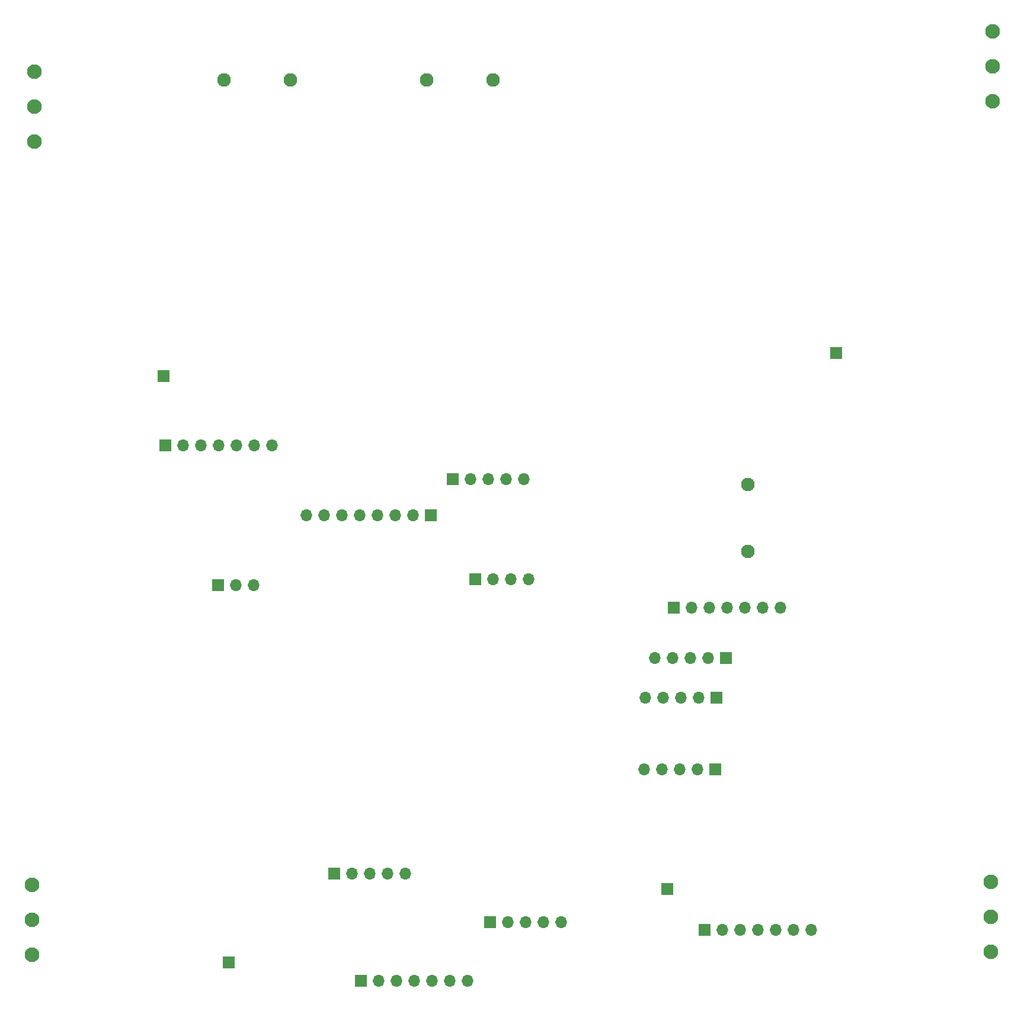
<source format=gbs>
G04 #@! TF.GenerationSoftware,KiCad,Pcbnew,7.0.8*
G04 #@! TF.CreationDate,2023-11-03T15:57:49-04:00*
G04 #@! TF.ProjectId,GoodBotControlBoard,476f6f64-426f-4744-936f-6e74726f6c42,rev?*
G04 #@! TF.SameCoordinates,Original*
G04 #@! TF.FileFunction,Soldermask,Bot*
G04 #@! TF.FilePolarity,Negative*
%FSLAX46Y46*%
G04 Gerber Fmt 4.6, Leading zero omitted, Abs format (unit mm)*
G04 Created by KiCad (PCBNEW 7.0.8) date 2023-11-03 15:57:49*
%MOMM*%
%LPD*%
G01*
G04 APERTURE LIST*
%ADD10R,1.700000X1.700000*%
%ADD11O,1.700000X1.700000*%
%ADD12C,2.100000*%
%ADD13C,1.950000*%
G04 APERTURE END LIST*
D10*
G04 #@! TO.C,J31*
X109169200Y-84277200D03*
D11*
X111709200Y-84277200D03*
X114249200Y-84277200D03*
X116789200Y-84277200D03*
X119329200Y-84277200D03*
G04 #@! TD*
D10*
G04 #@! TO.C,J26*
X96062800Y-156006800D03*
D11*
X98602800Y-156006800D03*
X101142800Y-156006800D03*
X103682800Y-156006800D03*
X106222800Y-156006800D03*
X108762800Y-156006800D03*
X111302800Y-156006800D03*
G04 #@! TD*
D10*
G04 #@! TO.C,J21*
X145135600Y-148691600D03*
D11*
X147675600Y-148691600D03*
X150215600Y-148691600D03*
X152755600Y-148691600D03*
X155295600Y-148691600D03*
X157835600Y-148691600D03*
X160375600Y-148691600D03*
G04 #@! TD*
D10*
G04 #@! TO.C,J16*
X140711000Y-102666800D03*
D11*
X143251000Y-102666800D03*
X145791000Y-102666800D03*
X148331000Y-102666800D03*
X150871000Y-102666800D03*
X153411000Y-102666800D03*
X155951000Y-102666800D03*
G04 #@! TD*
D10*
G04 #@! TO.C,J11*
X68082000Y-79413000D03*
D11*
X70622000Y-79413000D03*
X73162000Y-79413000D03*
X75702000Y-79413000D03*
X78242000Y-79413000D03*
X80782000Y-79413000D03*
X83322000Y-79413000D03*
G04 #@! TD*
D10*
G04 #@! TO.C,J9*
X148183600Y-109829600D03*
D11*
X145643600Y-109829600D03*
X143103600Y-109829600D03*
X140563600Y-109829600D03*
X138023600Y-109829600D03*
G04 #@! TD*
D10*
G04 #@! TO.C,J8*
X146710400Y-125780800D03*
D11*
X144170400Y-125780800D03*
X141630400Y-125780800D03*
X139090400Y-125780800D03*
X136550400Y-125780800D03*
G04 #@! TD*
D10*
G04 #@! TO.C,J7*
X146812000Y-115519200D03*
D11*
X144272000Y-115519200D03*
X141732000Y-115519200D03*
X139192000Y-115519200D03*
X136652000Y-115519200D03*
G04 #@! TD*
D10*
G04 #@! TO.C,J6*
X114505000Y-147600000D03*
D11*
X117045000Y-147600000D03*
X119585000Y-147600000D03*
X122125000Y-147600000D03*
X124665000Y-147600000D03*
G04 #@! TD*
D10*
G04 #@! TO.C,J5*
X92202000Y-140665200D03*
D11*
X94742000Y-140665200D03*
X97282000Y-140665200D03*
X99822000Y-140665200D03*
X102362000Y-140665200D03*
G04 #@! TD*
D10*
G04 #@! TO.C,J3*
X112430400Y-98602800D03*
D11*
X114970400Y-98602800D03*
X117510400Y-98602800D03*
X120050400Y-98602800D03*
G04 #@! TD*
D10*
G04 #@! TO.C,J2*
X106070400Y-89408000D03*
D11*
X103530400Y-89408000D03*
X100990400Y-89408000D03*
X98450400Y-89408000D03*
X95910400Y-89408000D03*
X93370400Y-89408000D03*
X90830400Y-89408000D03*
X88290400Y-89408000D03*
G04 #@! TD*
D10*
G04 #@! TO.C,J1*
X75641200Y-99415600D03*
D11*
X78181200Y-99415600D03*
X80721200Y-99415600D03*
G04 #@! TD*
D10*
G04 #@! TO.C,J17*
X163967200Y-66201200D03*
G04 #@! TD*
D12*
G04 #@! TO.C,J25*
X49022000Y-142290800D03*
X49022000Y-147290800D03*
X49022000Y-152290800D03*
G04 #@! TD*
G04 #@! TO.C,J10*
X49377600Y-26017200D03*
X49377600Y-31017200D03*
X49377600Y-36017200D03*
G04 #@! TD*
D13*
G04 #@! TO.C,J32*
X114930000Y-27228800D03*
X105410000Y-27228800D03*
G04 #@! TD*
D10*
G04 #@! TO.C,J27*
X77165200Y-153314400D03*
G04 #@! TD*
G04 #@! TO.C,J12*
X67843400Y-69519800D03*
G04 #@! TD*
G04 #@! TO.C,J22*
X139801600Y-142849600D03*
G04 #@! TD*
D13*
G04 #@! TO.C,J33*
X86004400Y-27228800D03*
X76484400Y-27228800D03*
G04 #@! TD*
D12*
G04 #@! TO.C,J20*
X186029600Y-151833600D03*
X186029600Y-146833600D03*
X186029600Y-141833600D03*
G04 #@! TD*
D13*
G04 #@! TO.C,J30*
X151333200Y-85039200D03*
X151333200Y-94559200D03*
G04 #@! TD*
D12*
G04 #@! TO.C,J15*
X186295000Y-30250000D03*
X186295000Y-25250000D03*
X186295000Y-20250000D03*
G04 #@! TD*
M02*

</source>
